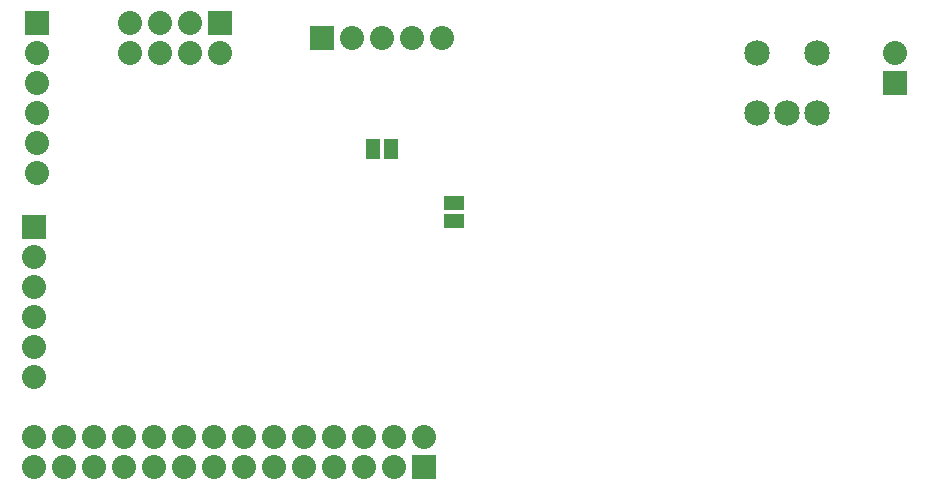
<source format=gbs>
G04 (created by PCBNEW-RS274X (2012-01-19 BZR 3256)-stable) date 4/11/2013 5:03:57 PM*
G01*
G70*
G90*
%MOIN*%
G04 Gerber Fmt 3.4, Leading zero omitted, Abs format*
%FSLAX34Y34*%
G04 APERTURE LIST*
%ADD10C,0.006000*%
%ADD11R,0.045000X0.065000*%
%ADD12R,0.065000X0.045000*%
%ADD13C,0.085000*%
%ADD14R,0.080000X0.080000*%
%ADD15C,0.080000*%
G04 APERTURE END LIST*
G54D10*
G54D11*
X59700Y-45200D03*
X60300Y-45200D03*
G54D12*
X62400Y-47600D03*
X62400Y-47000D03*
G54D13*
X73500Y-44000D03*
X72500Y-42000D03*
X74500Y-42000D03*
X72500Y-44000D03*
X74500Y-44000D03*
G54D14*
X58000Y-41500D03*
G54D15*
X59000Y-41500D03*
X60000Y-41500D03*
X61000Y-41500D03*
X62000Y-41500D03*
G54D14*
X54600Y-41000D03*
G54D15*
X54600Y-42000D03*
X53600Y-41000D03*
X53600Y-42000D03*
X52600Y-41000D03*
X52600Y-42000D03*
X51600Y-41000D03*
X51600Y-42000D03*
G54D14*
X77100Y-43000D03*
G54D15*
X77100Y-42000D03*
G54D14*
X48500Y-41000D03*
G54D15*
X48500Y-42000D03*
X48500Y-43000D03*
X48500Y-44000D03*
X48500Y-45000D03*
X48500Y-46000D03*
G54D14*
X48400Y-47800D03*
G54D15*
X48400Y-48800D03*
X48400Y-49800D03*
X48400Y-50800D03*
X48400Y-51800D03*
X48400Y-52800D03*
G54D14*
X61400Y-55800D03*
G54D15*
X61400Y-54800D03*
X60400Y-55800D03*
X60400Y-54800D03*
X59400Y-55800D03*
X59400Y-54800D03*
X58400Y-55800D03*
X58400Y-54800D03*
X57400Y-55800D03*
X57400Y-54800D03*
X56400Y-55800D03*
X56400Y-54800D03*
X55400Y-55800D03*
X55400Y-54800D03*
X54400Y-55800D03*
X54400Y-54800D03*
X53400Y-55800D03*
X53400Y-54800D03*
X52400Y-55800D03*
X52400Y-54800D03*
X51400Y-55800D03*
X51400Y-54800D03*
X50400Y-55800D03*
X50400Y-54800D03*
X49400Y-55800D03*
X49400Y-54800D03*
X48400Y-55800D03*
X48400Y-54800D03*
M02*

</source>
